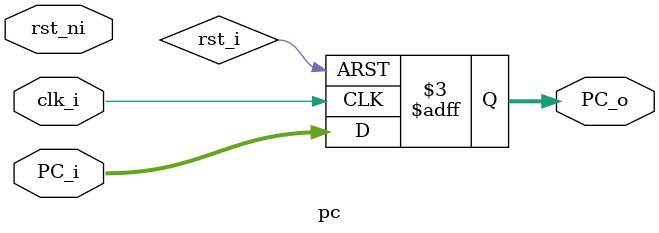
<source format=sv>
module pc (
  input logic clk_i,
  input logic rst_ni,
  input logic [31:0] PC_i,
  output logic [31:0] PC_o
);

  always_ff @(posedge clk_i or negedge rst_i) begin
    if (!rst_i) begin
      PC_o <= 0;
    end
    else begin
      PC_o <= PC_i;
    end
  end

endmodule
</source>
